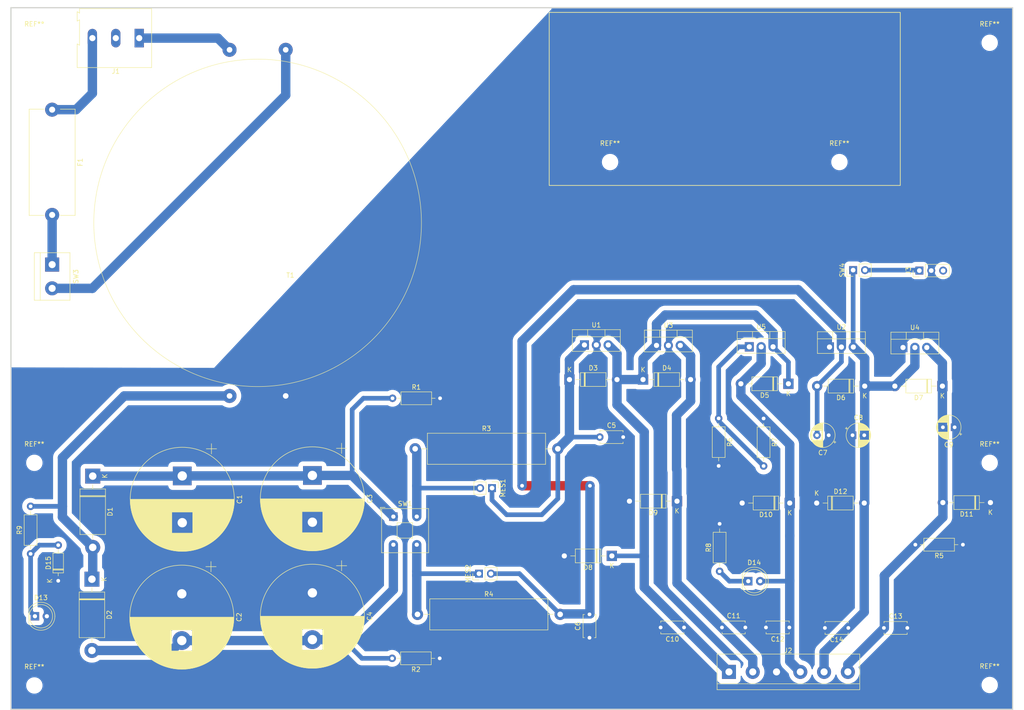
<source format=kicad_pcb>
(kicad_pcb (version 20221018) (generator pcbnew)
  (title_block (title "Lab PSU") (date "2024-03-18") (rev "2") (comment 1 "+12V / +5V / +3.3V / -5V / -12V"))
  (layers (0 "F.Cu" signal) (31 "B.Cu" signal) (34 "B.Paste" user) (35 "F.Paste" user) (36 "B.SilkS" user "B.Silkscreen") (37 "F.SilkS" user "F.Silkscreen") (38 "B.Mask" user) (39 "F.Mask" user) (44 "Edge.Cuts" user))
  (net 0 "")
  (net 1 "Net-(D1-K)")
  (net 2 "Net-(D1-A)")
  (net 3 "Net-(D2-A)")
  (net 4 "GND")
  (net 5 "Net-(D14-K)")
  (net 6 "Net-(U5-ADJ)")
  (net 7 "Net-(J1-Pin_3)")
  (net 8 "Net-(J1-Pin_1)")
  (net 10 "Net-(SW3-B)")
  (net 11 "-12V")
  (net 12 "-5V")
  (net 13 "+12V")
  (net 14 "+5V")
  (net 15 "+3.3V")
  (net 17 "Net-(SW3-A)")
  (net 18 "Net-(D3-K)")
  (net 19 "Net-(J3-Pin_1)")
  (net 20 "Net-(D6-A)")
  (net 21 "Net-(D13-K)")
  (net 22 "Net-(MES1-+)")
  (net 23 "Net-(MES2--)")
  (footprint "Connector_PinHeader_2.54mm:PinHeader_1x02_P2.54mm_Vertical" (layer "F.Cu") (at 136 134.9 90)
    (fp_text reference "MES2" (at 0 -2.33 90) (layer "F.SilkS"))
    (fp_text value "91c16")
    (pad "1" thru_hole rect (at 0 0 90) (size 1.7 1.7) (drill 1) (layers "*.Cu" "*.Mask") (net 23 "Net-(MES2--)"))
    (pad "2" thru_hole oval (at 0 2.54 90) (size 1.7 1.7) (drill 1) (layers "*.Cu" "*.Mask") (net 20 "Net-(D6-A)"))
  )
  (footprint "Resistor_THT:R_Axial_DIN0207_L6.3mm_D2.5mm_P10.16mm_Horizontal" (layer "F.Cu") (at 196.8 101.72 -90)
    (fp_text reference "R7" (at 5.08 -2.37 90) (layer "F.SilkS"))
    (fp_text value "240")
    (pad "1" thru_hole circle (at 0 0 270) (size 1.6 1.6) (drill 0.8) (layers "*.Cu" "*.Mask") (net 15 "+3.3V"))
    (pad "2" thru_hole oval (at 10.16 0 270) (size 1.6 1.6) (drill 0.8) (layers "*.Cu" "*.Mask") (net 6 "Net-(U5-ADJ)"))
  )
  (footprint "Capacitor_THT:CP_Radial_D5.0mm_P2.50mm" (layer "F.Cu") (at 237.605113 103.6 180)
    (fp_text reference "C9" (at 1.25 -3.75) (layer "F.SilkS"))
    (fp_text value "22u")
    (pad "1" thru_hole rect (at 0 0 180) (size 1.6 1.6) (drill 0.8) (layers "*.Cu" "*.Mask") (net 4 "GND"))
    (pad "2" thru_hole circle (at 2.5 0 180) (size 1.6 1.6) (drill 0.8) (layers "*.Cu" "*.Mask") (net 12 "-5V"))
  )
  (footprint "Package_TO_SOT_THT:TO-220-3_Vertical" (layer "F.Cu") (at 158.52 86)
    (fp_text reference "U1" (at 2.54 -4.27) (layer "F.SilkS"))
    (fp_text value "L7812")
    (pad "1" thru_hole rect (at 0 0) (size 1.905 2) (drill 1.1) (layers "*.Cu" "*.Mask") (net 18 "Net-(D3-K)"))
    (pad "2" thru_hole oval (at 2.54 0) (size 1.905 2) (drill 1.1) (layers "*.Cu" "*.Mask") (net 4 "GND"))
    (pad "3" thru_hole oval (at 5.08 0) (size 1.905 2) (drill 1.1) (layers "*.Cu" "*.Mask") (net 13 "+12V"))
  )
  (footprint "Capacitor_THT:CP_Radial_D5.0mm_P2.50mm" (layer "F.Cu") (at 215.8 105.3)
    (fp_text reference "C8" (at 1.25 -3.75) (layer "F.SilkS"))
    (fp_text value "22u")
    (pad "1" thru_hole rect (at 0 0) (size 1.6 1.6) (drill 0.8) (layers "*.Cu" "*.Mask") (net 4 "GND"))
    (pad "2" thru_hole circle (at 2.5 0) (size 1.6 1.6) (drill 0.8) (layers "*.Cu" "*.Mask") (net 11 "-12V"))
  )
  (footprint "Capacitor_THT:CP_Radial_D22.0mm_P10.00mm_SnapIn" (layer "F.Cu") (at 100.4 139 -90)
    (fp_text reference "C4" (at 5 -12.25 90) (layer "F.SilkS"))
    (fp_text value "4700u")
    (pad "1" thru_hole rect (at 0 0 270) (size 4 4) (drill 2) (layers "*.Cu" "*.Mask") (net 4 "GND"))
    (pad "2" thru_hole circle (at 10 0 270) (size 4 4) (drill 2) (layers "*.Cu" "*.Mask") (net 3 "Net-(D2-A)"))
  )
  (footprint "Package_TO_SOT_THT:TO-220-3_Vertical" (layer "F.Cu") (at 193.74 86.4)
    (fp_text reference "U5" (at 2.54 -4.27) (layer "F.SilkS"))
    (fp_text value "LM317")
    (pad "1" thru_hole rect (at 0 0) (size 1.905 2) (drill 1.1) (layers "*.Cu" "*.Mask") (net 6 "Net-(U5-ADJ)"))
    (pad "2" thru_hole oval (at 2.54 0) (size 1.905 2) (drill 1.1) (layers "*.Cu" "*.Mask") (net 15 "+3.3V"))
    (pad "3" thru_hole oval (at 5.08 0) (size 1.905 2) (drill 1.1) (layers "*.Cu" "*.Mask") (net 13 "+12V"))
  )
  (footprint "Capacitor_THT:CP_Radial_D22.0mm_P10.00mm_SnapIn" (layer "F.Cu") (at 72.6 114 -90)
    (fp_text reference "C1" (at 5 -12.25 90) (layer "F.SilkS"))
    (fp_text value "4700u")
    (pad "1" thru_hole rect (at 0 0 270) (size 4 4) (drill 2) (layers "*.Cu" "*.Mask") (net 1 "Net-(D1-K)"))
    (pad "2" thru_hole circle (at 10 0 270) (size 4 4) (drill 2) (layers "*.Cu" "*.Mask") (net 4 "GND"))
  )
  (footprint "Capacitor_THT:C_Disc_D4.7mm_W2.5mm_P5.00mm" (layer "F.Cu") (at 187.9 146.4)
    (fp_text reference "C11" (at 2.5 -2.5) (layer "F.SilkS"))
    (fp_text value "0.1u")
    (pad "1" thru_hole circle (at 0 0) (size 1.6 1.6) (drill 0.8) (layers "*.Cu" "*.Mask") (net 14 "+5V"))
    (pad "2" thru_hole circle (at 5 0) (size 1.6 1.6) (drill 0.8) (layers "*.Cu" "*.Mask") (net 4 "GND"))
  )
  (footprint "Capacitor_THT:C_Disc_D4.7mm_W2.5mm_P5.00mm" (layer "F.Cu") (at 202.3 146.4 180)
    (fp_text reference "C12" (at 2.5 -2.5) (layer "F.SilkS"))
    (fp_text value "0.1u")
    (pad "1" thru_hole circle (at 0 0 180) (size 1.6 1.6) (drill 0.8) (layers "*.Cu" "*.Mask") (net 15 "+3.3V"))
    (pad "2" thru_hole circle (at 5 0 180) (size 1.6 1.6) (drill 0.8) (layers "*.Cu" "*.Mask") (net 4 "GND"))
  )
  (footprint "TerminalBlock:TerminalBlock_bornier-2_P5.08mm" (layer "F.Cu") (at 44.8 68.82 -90)
    (fp_text reference "SW3" (at 2.54 -5.08 90) (layer "F.SilkS"))
    (fp_text value "POWER")
    (pad "1" thru_hole rect (at 0 0 270) (size 3 3) (drill 1.52) (layers "*.Cu" "*.Mask") (net 17 "Net-(SW3-A)"))
    (pad "2" thru_hole circle (at 5.08 0 270) (size 3 3) (drill 1.52) (layers "*.Cu" "*.Mask") (net 10 "Net-(SW3-B)"))
  )
  (footprint "Diode_THT:D_DO-41_SOD81_P10.16mm_Horizontal" (layer "F.Cu") (at 164.38 131.1 180)
    (fp_text reference "D8" (at 5.08 -2.47) (layer "F.SilkS"))
    (fp_text value "1N4007")
    (fp_text user "K" (at 0 -2.1) (layer "F.SilkS"))
    (pad "1" thru_hole rect (at 0 0 180) (size 2.2 2.2) (drill 1.1) (layers "*.Cu" "*.Mask") (net 13 "+12V"))
    (pad "2" thru_hole oval (at 10.16 0 180) (size 2.2 2.2) (drill 1.1) (layers "*.Cu" "*.Mask") (net 4 "GND"))
  )
  (footprint "MountingHole:MountingHole_3mm" (layer "F.Cu") (at 213 46.9)
    (fp_text reference "REF**" (at 0 -4) (layer "F.SilkS"))
    (fp_text value "MountingHole_3mm")
    (pad "" np_thru_hole circle (at 0 0) (size 3 3) (drill 3) (layers "*.Cu" "*.Mask"))
  )
  (footprint "Diode_THT:D_DO-41_SOD81_P10.16mm_Horizontal" (layer "F.Cu") (at 208.14 119.8)
    (fp_text reference "D12" (at 5.08 -2.47) (layer "F.SilkS"))
    (fp_text value "1N4007")
    (fp_text user "K" (at 0 -2.1) (layer "F.SilkS"))
    (pad "1" thru_hole rect (at 0 0) (size 2.2 2.2) (drill 1.1) (layers "*.Cu" "*.Mask") (net 4 "GND"))
    (pad "2" thru_hole oval (at 10.16 0) (size 2.2 2.2) (drill 1.1) (layers "*.Cu" "*.Mask") (net 11 "-12V"))
  )
  (footprint "Capacitor_THT:C_Disc_D4.7mm_W2.5mm_P5.00mm" (layer "F.Cu") (at 161.8 105.7)
    (fp_text reference "C5" (at 2.5 -2.5) (layer "F.SilkS"))
    (fp_text value "0.33u")
    (pad "1" thru_hole circle (at 0 0) (size 1.6 1.6) (drill 0.8) (layers "*.Cu" "*.Mask") (net 18 "Net-(D3-K)"))
    (pad "2" thru_hole circle (at 5 0) (size 1.6 1.6) (drill 0.8) (layers "*.Cu" "*.Mask") (net 4 "GND"))
  )
  (footprint "Resistor_THT:R_Axial_DIN0207_L6.3mm_D2.5mm_P10.16mm_Horizontal" (layer "F.Cu") (at 40.2 130.66 90)
    (fp_text reference "R9" (at 5.08 -2.37 90) (layer "F.SilkS"))
    (fp_text value "20k")
    (pad "1" thru_hole circle (at 0 0 90) (size 1.6 1.6) (drill 0.8) (layers "*.Cu" "*.Mask") (net 21 "Net-(D13-K)"))
    (pad "2" thru_hole oval (at 10.16 0 90) (size 1.6 1.6) (drill 0.8) (layers "*.Cu" "*.Mask") (net 2 "Net-(D1-A)"))
  )
  (footprint "Capacitor_THT:CP_Radial_D22.0mm_P10.00mm_SnapIn" (layer "F.Cu") (at 72.5 139.2 -90)
    (fp_text reference "C2" (at 5 -12.25 90) (layer "F.SilkS"))
    (fp_text value "4700u")
    (pad "1" thru_hole rect (at 0 0 270) (size 4 4) (drill 2) (layers "*.Cu" "*.Mask") (net 4 "GND"))
    (pad "2" thru_hole circle (at 10 0 270) (size 4 4) (drill 2) (layers "*.Cu" "*.Mask") (net 3 "Net-(D2-A)"))
  )
  (footprint "Capacitor_THT:C_Disc_D4.7mm_W2.5mm_P5.00mm" (layer "F.Cu") (at 222.5 146.5)
    (fp_text reference "C13" (at 2.5 -2.5) (layer "F.SilkS"))
    (fp_text value "0.1u")
    (pad "1" thru_hole circle (at 0 0) (size 1.6 1.6) (drill 0.8) (layers "*.Cu" "*.Mask") (net 12 "-5V"))
    (pad "2" thru_hole circle (at 5 0) (size 1.6 1.6) (drill 0.8) (layers "*.Cu" "*.Mask") (net 4 "GND"))
  )
  (footprint "TerminalBlock:TerminalBlock_Altech_AK300-3_P5.00mm" (layer "F.Cu") (at 63.4 20.4 180)
    (fp_text reference "J1" (at 5 -7.1) (layer "F.SilkS"))
    (fp_text value "AC")
    (pad "1" thru_hole rect (at 0 0 180) (size 1.98 3.96) (drill 1.32) (layers "*.Cu" "*.Mask") (net 8 "Net-(J1-Pin_1)"))
    (pad "2" thru_hole oval (at 5 0 180) (size 1.98 3.96) (drill 1.32) (layers "*.Cu" "*.Mask"))
    (pad "3" thru_hole oval (at 10 0 180) (size 1.98 3.96) (drill 1.32) (layers "*.Cu" "*.Mask") (net 7 "Net-(J1-Pin_3)"))
  )
  (footprint "Connector_PinHeader_2.54mm:PinHeader_1x03_P2.54mm_Vertical" (layer "F.Cu") (at 230.075 70.1 90)
    (fp_text reference "J3" (at 0 -2.33 90) (layer "F.SilkS"))
    (fp_text value "FAN")
    (pad "1" thru_hole rect (at 0 0 90) (size 1.7 1.7) (drill 1) (layers "*.Cu" "*.Mask") (net 19 "Net-(J3-Pin_1)"))
    (pad "2" thru_hole oval (at 0 2.54 90) (size 1.7 1.7) (drill 1) (layers "*.Cu" "*.Mask") (net 4 "GND"))
    (pad "3" thru_hole oval (at 0 5.08 90) (size 1.7 1.7) (drill 1) (layers "*.Cu" "*.Mask"))
  )
  (footprint "Resistor_THT:R_Axial_Power_L25.0mm_W6.4mm_P30.48mm" (layer "F.Cu") (at 122.355 108.2)
    (fp_text reference "R3" (at 15.24 -4.32) (layer "F.SilkS"))
    (fp_text value "0.1")
    (pad "1" thru_hole circle (at 0 0) (size 2.4 2.4) (drill 1.2) (layers "*.Cu" "*.Mask") (net 22 "Net-(MES1-+)"))
    (pad "2" thru_hole oval (at 30.48 0) (size 2.4 2.4) (drill 1.2) (layers "*.Cu" "*.Mask") (net 18 "Net-(D3-K)"))
  )
  (footprint "Button_Switch_THT:SW_Push_2P1T_Toggle_CK_PVA1xxH4xxxxxxV2" (layer "F.Cu") (at 117.7 122.7)
    (fp_text reference "SW1" (at 2.5 -2.75) (layer "F.SilkS"))
    (fp_text value "OUTPUT")
    (pad "1" thru_hole rect (at 0 0) (size 1.8 1.8) (drill 0.9) (layers "*.Cu" "*.Mask") (net 1 "Net-(D1-K)"))
    (pad "2" thru_hole circle (at 5 0) (size 1.8 1.8) (drill 0.9) (layers "*.Cu" "*.Mask") (net 22 "Net-(MES1-+)"))
    (pad "3" thru_hole circle (at 0 6) (size 1.8 1.8) (drill 0.9) (layers "*.Cu" "*.Mask") (net 3 "Net-(D2-A)"))
    (pad "4" thru_hole circle (at 5 6) (size 1.8 1.8) (drill 0.9) (layers "*.Cu" "*.Mask") (net 23 "Net-(MES2--)"))
  )
  (footprint "Package_TO_SOT_THT:TO-220-3_Vertical" (layer "F.Cu") (at 226.58 86.545)
    (fp_text reference "U4" (at 2.54 -4.27) (layer "F.SilkS"))
    (fp_text value "L7905")
    (pad "1" thru_hole rect (at 0 0) (size 1.905 2) (drill 1.1) (layers "*.Cu" "*.Mask") (net 4 "GND"))
    (pad "2" thru_hole oval (at 2.54 0) (size 1.905 2) (drill 1.1) (layers "*.Cu" "*.Mask") (net 11 "-12V"))
    (pad "3" thru_hole oval (at 5.08 0) (size 1.905 2) (drill 1.1) (layers "*.Cu" "*.Mask") (net 12 "-5V"))
  )
  (footprint "Resistor_THT:R_Axial_DIN0207_L6.3mm_D2.5mm_P10.16mm_Horizontal" (layer "F.Cu") (at 187.4 134.4 90)
    (fp_text reference "R8" (at 5.08 -2.37 90) (layer "F.SilkS"))
    (fp_text value "1.3k")
    (pad "1" thru_hole circle (at 0 0 90) (size 1.6 1.6) (drill 0.8) (layers "*.Cu" "*.Mask") (net 5 "Net-(D14-K)"))
    (pad "2" thru_hole oval (at 10.16 0 90) (size 1.6 1.6) (drill 0.8) (layers "*.Cu" "*.Mask") (net 4 "GND"))
  )
  (footprint "Resistor_THT:R_Axial_DIN0207_L6.3mm_D2.5mm_P10.16mm_Horizontal" (layer "F.Cu") (at 117.52 97.4)
    (fp_text reference "R1" (at 5.08 -2.37) (layer "F.SilkS"))
    (fp_text value "10k")
    (pad "1" thru_hole circle (at 0 0) (size 1.6 1.6) (drill 0.8) (layers "*.Cu" "*.Mask") (net 1 "Net-(D1-K)"))
    (pad "2" thru_hole oval (at 10.16 0) (size 1.6 1.6) (drill 0.8) (layers "*.Cu" "*.Mask") (net 4 "GND"))
  )
  (footprint "LED_THT:LED_D5.0mm" (layer "F.Cu") (at 193.525 136.5)
    (fp_text reference "D14" (at 1.27 -3.96) (layer "F.SilkS"))
    (fp_text value "OUTPUT")
    (pad "1" thru_hole rect (at 0 0) (size 1.8 1.8) (drill 0.9) (layers "*.Cu" "*.Mask") (net 5 "Net-(D14-K)"))
    (pad "2" thru_hole circle (at 2.54 0) (size 1.8 1.8) (drill 0.9) (layers "*.Cu" "*.Mask") (net 15 "+3.3V"))
  )
  (footprint "Diode_THT:D_DO-41_SOD81_P10.16mm_Horizontal" (layer "F.Cu") (at 171.04 93.4)
    (fp_text reference "D4" (at 5.08 -2.47) (layer "F.SilkS"))
    (fp_text value "1N4007")
    (fp_text user "K" (at 0 -2.1) (layer "F.SilkS"))
    (pad "1" thru_hole rect (at 0 0) (size 2.2 2.2) (drill 1.1) (layers "*.Cu" "*.Mask") (net 13 "+12V"))
    (pad "2" thru_hole oval (at 10.16 0) (size 2.2 2.2) (drill 1.1) (layers "*.Cu" "*.Mask") (net 14 "+5V"))
  )
  (footprint "Package_TO_SOT_THT:TO-220-3_Vertical" (layer "F.Cu") (at 210.88 86.445)
    (fp_text reference "U2" (at 2.54 -4.27) (layer "F.SilkS"))
    (fp_text value "L7912")
    (pad "1" thru_hole rect (at 0 0) (size 1.905 2) (drill 1.1) (layers "*.Cu" "*.Mask") (net 4 "GND"))
    (pad "2" thru_hole oval (at 2.54 0) (size 1.905 2) (drill 1.1) (layers "*.Cu" "*.Mask") (net 20 "Net-(D6-A)"))
    (pad "3" thru_hole oval (at 5.08 0) (size 1.905 2) (drill 1.1) (layers "*.Cu" "*.Mask") (net 11 "-12V"))
  )
  (footprint "MountingHole:MountingHole_3mm" (layer "F.Cu") (at 245.1 111.2)
    (fp_text reference "REF**" (at 0 -4) (layer "F.SilkS"))
    (fp_text value "MountingHole_3mm")
    (pad "" np_thru_hole circle (at 0 0) (size 3 3) (drill 3) (layers "*.Cu" "*.Mask"))
  )
  (footprint "Diode_THT:D_DO-41_SOD81_P10.16mm_Horizontal" (layer "F.Cu") (at 202.1 94.3 180)
    (fp_text reference "D5" (at 5.08 -2.47) (layer "F.SilkS"))
    (fp_text value "1N4007")
    (fp_text user "K" (at 0 -2.1) (layer "F.SilkS"))
    (pad "1" thru_hole rect (at 0 0 180) (size 2.2 2.2) (drill 1.1) (layers "*.Cu" "*.Mask") (net 13 "+12V"))
    (pad "2" thru_hole oval (at 10.16 0 180) (size 2.2 2.2) (drill 1.1) (layers "*.Cu" "*.Mask") (net 15 "+3.3V"))
  )
  (footprint "Package_TO_SOT_THT:TO-220-3_Vertical" (layer "F.Cu") (at 173.92 86.1)
    (fp_text reference "U3" (at 2.54 -4.27) (layer "F.SilkS"))
    (fp_text value "L7805")
    (pad "1" thru_hole rect (at 0 0) (size 1.905 2) (drill 1.1) (layers "*.Cu" "*.Mask") (net 13 "+12V"))
    (pad "2" thru_hole oval (at 2.54 0) (size 1.905 2) (drill 1.1) (layers "*.Cu" "*.Mask") (net 4 "GND"))
    (pad "3" thru_hole oval (at 5.08 0) (size 1.905 2) (drill 1.1) (layers "*.Cu" "*.Mask") (net 14 "+5V"))
  )
  (footprint "Diode_THT:D_DO-41_SOD81_P10.16mm_Horizontal" (layer "F.Cu") (at 202.38 119.8 180)
    (fp_text reference "D10" (at 5.08 -2.47) (layer "F.SilkS"))
    (fp_text value "1N4007")
    (fp_text user "K" (at 0 -2.1) (layer "F.SilkS"))
    (pad "1" thru_hole rect (at 0 0 180) (size 2.2 2.2) (drill 1.1) (layers "*.Cu" "*.Mask") (net 15 "+3.3V"))
    (pad "2" thru_hole oval (at 10.16 0 180) (size 2.2 2.2) (drill 1.1) (layers "*.Cu" "*.Mask") (net 4 "GND"))
  )
  (footprint "Diode_THT:D_DO-201AD_P15.24mm_Horizontal" (layer "F.Cu") (at 53.471084 114.037831 -90)
    (fp_text reference "D1" (at 7.62 -3.72 90) (layer "F.SilkS"))
    (fp_text value "1N5408")
    (fp_text user "K" (at 0 -2.6 90) (layer "F.SilkS"))
    (pad "1" thru_hole rect (at 0 0 270) (size 3.2 3.2) (drill 1.6) (layers "*.Cu" "*.Mask") (net 1 "Net-(D1-K)"))
    (pad "2" thru_hole oval (at 15.24 0 270) (size 3.2 3.2) (drill 1.6) (layers "*.Cu" "*.Mask") (net 2 "Net-(D1-A)"))
  )
  (footprint "Diode_THT:D_DO-41_SOD81_P10.16mm_Horizontal" (layer "F.Cu") (at 218.4 94.8 180)
    (fp_text reference "D6" (at 5.08 -2.47) (layer "F.SilkS"))
    (fp_text value "1N4007")
    (fp_text user "K" (at 0 -2.1) (layer "F.SilkS"))
    (pad "1" thru_hole rect (at 0 0 180) (size 2.2 2.2) (drill 1.1) (layers "*.Cu" "*.Mask") (net 11 "-12V"))
    (pad "2" thru_hole oval (at 10.16 0 180) (size 2.2 2.2) (drill 1.1) (layers "*.Cu" "*.Mask") (net 20 "Net-(D6-A)"))
  )
  (footprint "Capacitor_THT:CP_Radial_D22.0mm_P10.00mm_SnapIn" (layer "F.Cu") (at 100.4 113.9 -90)
    (fp_text reference "C3" (at 5 -12.25 90) (layer "F.SilkS"))
    (fp_text value "4700u")
    (pad "1" thru_hole rect (at 0 0 270) (size 4 4) (drill 2) (layers "*.Cu" "*.Mask") (net 1 "Net-(D1-K)"))
    (pad "2" thru_hole circle (at 10 0 270) (size 4 4) (drill 2) (layers "*.Cu" "*.Mask") (net 4 "GND"))
  )
  (footprint "Capacitor_THT:C_Disc_D4.7mm_W2.5mm_P5.00mm" (layer "F.Cu") (at 159.6 148.6 90)
    (fp_text reference "C6" (at 2.5 -2.5 90) (layer "F.SilkS"))
    (fp_text value "0.33u")
    (pad "1" thru_hole circle (at 0 0 90) (size 1.6 1.6) (drill 0.8) (layers "*.Cu" "*.Mask") (net 4 "GND"))
    (pad "2" thru_hole circle (at 5 0 90) (size 1.6 1.6) (drill 0.8) (layers "*.Cu" "*.Mask") (net 20 "Net-(D6-A)"))
  )
  (footprint "lab-psu:Transformer_Toroid_Tapped_Horizontal_D70.0mm" (layer "F.Cu") (at 88.7 59.9 180)
    (fp_text reference "T1" (at -7 -11.2) (layer "F.SilkS"))
    (fp_text value "Transformer_1P_1S")
    (pad "" np_thru_hole circle (at 0 0 180) (size 4.3 4.3) (drill 4.3) (layers "F&B.Cu" "*.Mask"))
    (pad "1" thru_hole circle (at -6 37 180) (size 3 3) (drill 1.2) (layers "*.Cu" "*.Mask") (net 10 "Net-(SW3-B)"))
    (pad "2" thru_hole circle (at 6 37 180) (size 3 3) (drill 1.2) (layers "*.Cu" "*.Mask") (net 8 "Net-(J1-Pin_1)"))
    (pad "3" thru_hole circle (at -6 -37 180) (size 3 3) (drill 1.2) (layers "*.Cu" "*.Mask") (net 4 "GND"))
    (pad "4" thru_hole circle (at 6 -37 180) (size 3 3) (drill 1.2) (layers "*.Cu" "*.Mask") (net 2 "Net-(D1-A)"))
  )
  (footprint "Connector_PinHeader_2.54mm:PinHeader_1x02_P2.54mm_Vertical" (layer "F.Cu") (at 138.775 116.6 -90)
    (fp_text reference "MES1" (at 0 -2.33 90) (layer "F.SilkS"))
    (fp_text value "91c16")
    (pad "1" thru_hole rect (at 0 0 270) (size 1.7 1.7) (drill 1) (layers "*.Cu" "*.Mask") (net 18 "Net-(D3-K)"))
    (pad "2" thru_hole oval (at 0 2.54 270) (size 1.7 1.7) (drill 1) (layers "*.Cu" "*.Mask") (net 22 "Net-(MES1-+)"))
  )
  (footprint "TerminalBlock:TerminalBlock_bornier-6_P5.08mm" (layer "F.Cu") (at 189.4 155.9)
    (fp_text reference "J2" (at 12.65 -4.55) (layer "F.SilkS"))
    (fp_text value "OUTPUT")
    (pad "1" thru_hole rect (at 0 0) (size 3 3) (drill 1.52) (layers "*.Cu" "*.Mask") (net 13 "+12V"))
    (pad "2" thru_hole circle (at 5.08 0) (size 3 3) (drill 1.52) (layers "*.Cu" "*.Mask") (net 14 "+5V"))
    (pad "3" thru_hole circle (at 10.16 0) (size 3 3) (drill 1.52) (layers "*.Cu" "*.Mask") (net 4 "GND"))
    (pad "4" thru_hole circle (at 15.24 0) (size 3 3) (drill 1.52) (layers "*.Cu" "*.Mask") (net 15 "+3.3V"))
    (pad "5" thru_hole circle (at 20.32 0) (size 3 3) (drill 1.52) (layers "*.Cu" "*.Mask") (net 11 "-12V"))
    (pad "6" thru_hole circle (at 25.4 0) (size 3 3) (drill 1.52) (layers "*.Cu" "*.Mask") (net 12 "-5V"))
  )
  (footprint "Capacitor_THT:CP_Radial_D5.0mm_P2.50mm" (layer "F.Cu") (at 210.705113 105.3 180)
    (fp_text reference "C7" (at 1.25 -3.75) (layer "F.SilkS"))
    (fp_text value "22u")
    (pad "1" thru_hole rect (at 0 0 180) (size 1.6 1.6) (drill 0.8) (layers "*.Cu" "*.Mask") (net 4 "GND"))
    (pad "2" thru_hole circle (at 2.5 0 180) (size 1.6 1.6) (drill 0.8) (layers "*.Cu" "*.Mask") (net 20 "Net-(D6-A)"))
  )
  (footprint "Resistor_THT:R_Axial_DIN0207_L6.3mm_D2.5mm_P10.16mm_Horizontal" (layer "F.Cu") (at 127.6 153 180)
    (fp_text reference "R2" (at 5.08 -2.37) (layer "F.SilkS"))
    (fp_text value "10k")
    (pad "1" thru_hole circle (at 0 0 180) (size 1.6 1.6) (drill 0.8) (layers "*.Cu" "*.Mask") (net 4 "GND"))
    (pad "2" thru_hole oval (at 10.16 0 180) (size 1.6 1.6) (drill 0.8) (layers "*.Cu" "*.Mask") (net 3 "Net-(D2-A)"))
  )
  (footprint "Capacitor_THT:C_Disc_D4.7mm_W2.5mm_P5.00mm" (layer "F.Cu") (at 214.9 146.5 180)
    (fp_text reference "C14" (at 2.5 -2.5) (layer "F.SilkS"))
    (fp_text value "0.1u")
    (pad "1" thru_hole circle (at 0 0 180) (size 1.6 1.6) (drill 0.8) (layers "*.Cu" "*.Mask") (net 11 "-12V"))
    (pad "2" thru_hole circle (at 5 0 180) (size 1.6 1.6) (drill 0.8) (layers "*.Cu" "*.Mask") (net 4 "GND"))
  )
  (footprint "Resistor_THT:R_Axial_DIN0207_L6.3mm_D2.5mm_P10.16mm_Horizontal" (layer "F.Cu") (at 187.2 101.7 -90)
    (fp_text reference "R6" (at 5.08 -2.37 90) (layer "F.SilkS"))
    (fp_text value "390")
    (pad "1" thru_hole circle (at 0 0 270) (size 1.6 1.6) (drill 0.8) (layers "*.Cu" "*.Mask") (net 6 "Net-(U5-ADJ)"))
    (pad "2" thru_hole oval (at 10.16 0 270) (size 1.6 1.6) (drill 0.8) (layers "*.Cu" "*.Mask") (net 4 "GND"))
  )
  (footprint "Diode_THT:D_DO-41_SOD81_P10.16mm_Horizontal" (layer "F.Cu") (at 178.3 119.4 180)
    (fp_text reference "D9" (at 5.08 -2.47) (layer "F.SilkS"))
    (fp_text value "1N4007")
    (fp_text user "K" (at 0 -2.1) (layer "F.SilkS"))
    (pad "1" thru_hole rect (at 0 0 180) (size 2.2 2.2) (drill 1.1) (layers "*.Cu" "*.Mask") (net 14 "+5V"))
    (pad "2" thru_hole oval (at 10.16 0 180) (size 2.2 2.2) (drill 1.1) (layers "*.Cu" "*.Mask") (net 4 "GND"))
  )
  (footprint "Connector_PinHeader_2.54mm:PinHeader_1x02_P2.54mm_Vertical" (layer "F.Cu") (at 215.925 70 90)
    (fp_text reference "SW4" (at 0 -2.33 90) (layer "F.SilkS"))
    (fp_text value "50C")
    (pad "1" thru_hole rect (at 0 0 90) (size 1.7 1.7) (drill 1) (layers "*.Cu" "*.Mask") (net 11 "-12V"))
    (pad "2" thru_hole oval (at 0 2.54 90) (size 1.7 1.7) (drill 1) (layers "*.Cu" "*.Mask") (net 19 "Net-(J3-Pin_1)"))
  )
  (footprint "Diode_THT:D_DO-41_SOD81_P10.16mm_Horizontal" (layer "F.Cu") (at 245.26 119.7 180)
    (fp_text reference "D11" (at 5.08 -2.47) (layer "F.SilkS"))
    (fp_text value "1N4007")
    (fp_text user "K" (at 0 -2.1) (layer "F.SilkS"))
    (pad "1" thru_hole rect (at 0 0 180) (size 2.2 2.2) (drill 1.1) (layers "*.Cu" "*.Mask") (net 4 "GND"))
    (pad "2" thru_hole oval (at 10.16 0 180) (size 2.2 2.2) (drill 1.1) (layers "*.Cu" "*.Mask") (net 12 "-5V"))
  )
  (footprint "MountingHole:MountingHole_3mm" (layer "F.Cu") (at 245.1 21.4)
    (fp_text reference "REF**" (at 0 -4) (layer "F.SilkS"))
    (fp_text value "MountingHole_3mm")
    (pad "" np_thru_hole circle (at 0 0) (size 3 3) (drill 3) (layers "*.Cu" "*.Mask"))
  )
  (footprint "Fuse:Fuseholder_Cylinder-5x20mm_Schurter_0031_8201_Horizontal_Open" (layer "F.Cu") (at 44.8 35.7 -90)
    (fp_text reference "F1" (at 11.25 -6 90) (layer "F.SilkS"))
    (fp_text value "Fuse")
    (pad "" np_thru_hole circle (at 11.25 0 270) (size 2.7 2.7) (drill 2.7) (layers "*.Cu" "*.Mask"))
    (pad "1" thru_hole circle (at 0 0 270) (size 3 3) (drill 1.3) (layers "*.Cu" "*.Mask") (net 7 "Net-(J1-Pin_3)"))
    (pad "2" thru_hole circle (at 22.5 0 270) (size 3 3) (drill 1.3) (layers "*.Cu" "*.Mask") (net 17 "Net-(SW3-A)"))
  )
  (footprint "MountingHole:MountingHole_3mm" (layer "F.Cu") (at 41 21.4)
    (fp_text reference "REF**" (at 0 -4) (layer "F.SilkS"))
    (fp_text value "MountingHole_3mm")
    (pad "" np_thru_hole circle (at 0 0) (size 3 3) (drill 3) (layers "*.Cu" "*.Mask"))
  )
  (footprint "Diode_THT:D_DO-41_SOD81_P10.16mm_Horizontal" (layer "F.Cu") (at 235 94.8 180)
    (fp_text reference "D7" (at 5.08 -2.47) (layer "F.SilkS"))
    (fp_text value "1N4007")
    (fp_text user "K" (at 0 -2.1) (layer "F.SilkS"))
    (pad "1" thru_hole rect (at 0 0 180) (size 2.2 2.2) (drill 1.1) (layers "*.Cu" "*.Mask") (net 12 "-5V"))
    (pad "2" thru_hole oval (at 10.16 0 180) (size 2.2 2.2) (drill 1.1) (layers "*.Cu" "*.Mask") (net 11 "-12V"))
  )
  (footprint "Resistor_THT:R_Axial_DIN0207_L6.3mm_D2.5mm_P10.16mm_Horizontal" (layer "F.Cu") (at 239.38 128.7 180)
    (fp_text reference "R5" (at 5.08 -2.37) (layer "F.SilkS"))
    (fp_text value "470")
    (pad "1" thru_hole circle (at 0 0 180) (size 1.6 1.6) (drill 0.8) (layers "*.Cu" "*.Mask") (net 4 "GND"))
    (pad "2" thru_hole oval (at 10.16 0 180) (size 1.6 1.6) (drill 0.8) (layers "*.Cu" "*.Mask") (net 12 "-5V"))
  )
  (footprint "Diode_THT:D_DO-35_SOD27_P7.62mm_Horizontal" (layer "F.Cu") (at 46.1 136.42 90)
    (fp_text reference "D15" (at 3.81 -2.12 90) (layer "F.SilkS"))
    (fp_text value "1N4148")
    (fp_text user "K" (at 0 -1.8 90) (layer "F.SilkS"))
    (pad "1" thru_hole rect (at 0 0 90) (size 1.6 1.6) (drill 0.8) (layers "*.Cu" "*.Mask") (net 4 "GND"))
    (pad "2" thru_hole oval (at 7.62 0 90) (size 1.6 1.6) (drill 0.8) (layers "*.Cu" "*.Mask") (net 21 "Net-(D13-K)"))
  )
  (footprint "Resistor_THT:R_Axial_Power_L25.0mm_W6.4mm_P30.48mm" (layer "F.Cu") (at 122.855 143.6)
    (fp_text reference "R4" (at 15.24 -4.32) (layer "F.SilkS"))
    (fp_text value "0.1")
    (pad "1" thru_hole circle (at 0 0) (size 2.4 2.4) (drill 1.2) (layers "*.Cu" "*.Mask") (net 23 "Net-(MES2--)"))
    (pad "2" thru_hole oval (at 30.48 0) (size 2.4 2.4) (drill 1.2) (layers "*.Cu" "*.Mask") (net 20 "Net-(D6-A)"))
  )
  (footprint "LED_THT:LED_D5.0mm" (layer "F.Cu") (at 41.125 144)
    (fp_text reference "D13" (at 1.27 -3.96) (layer "F.SilkS"))
    (fp_text value "POWER")
    (pad "1" thru_hole rect (at 0 0) (size 1.8 1.8) (drill 0.9) (layers "*.Cu" "*.Mask") (net 21 "Net-(D13-K)"))
    (pad "2" thru_hole circle (at 2.54 0) (size 1.8 1.8) (drill 0.9) (layers "*.Cu" "*.Mask") (net 4 "GND"))
  )
  (footprint "MountingHole:MountingHole_3mm" (layer "F.Cu") (at 164 46.9)
    (fp_text reference "REF**" (at 0 -4) (layer "F.SilkS"))
    (fp_text value "MountingHole_3mm")
    (pad "" np_thru_hole circle (at 0 0) (size 3 3) (drill 3) (layers "*.Cu" "*.Mask"))
  )
  (footprint "MountingHole:MountingHole_3mm" (layer "F.Cu") (at 41 111.2)
    (fp_text reference "REF**" (at 0 -4) (layer "F.SilkS"))
    (fp_text value "MountingHole_3mm")
    (pad "" np_thru_hole circle (at 0 0) (size 3 3) (drill 3) (layers "*.Cu" "*.Mask"))
  )
  (footprint "MountingHole:MountingHole_3mm" (layer "F.Cu") (at 245.1 158.7)
    (fp_text reference "REF**" (at 0 -4) (layer "F.SilkS"))
    (fp_text value "MountingHole_3mm")
    (pad "" np_thru_hole circle (at 0 0) (size 3 3) (drill 3) (layers "*.Cu" "*.Mask"))
  )
  (footprint "Diode_THT:D_DO-41_SOD81_P10.16mm_Horizontal" (layer "F.Cu") (at 155.32 93.4)
    (fp_text reference "D3" (at 5.08 -2.47) (layer "F.SilkS"))
    (fp_text value "1N4007")
    (fp_text user "K" (at 0 -2.1) (layer "F.SilkS"))
    (pad "1" thru_hole rect (at 0 0) (size 2.2 2.2) (drill 1.1) (layers "*.Cu" "*.Mask") (net 18 "Net-(D3-K)"))
    (pad "2" thru_hole oval (at 10.16 0) (size 2.2 2.2) (drill 1.1) (layers "*.Cu" "*.Mask") (net 13 "+12V"))
  )
  (footprint "Capacitor_THT:C_Disc_D4.7mm_W2.5mm_P5.00mm" (layer "F.Cu") (at 179.8 146.4 180)
    (fp_text reference "C10" (at 2.5 -2.5) (layer "F.SilkS"))
    (fp_text value "0.1u")
    (pad "1" thru_hole circle (at 0 0 180) (size 1.6 1.6) (drill 0.8) (layers "*.Cu" "*.Mask") (net 13 "+12V"))
    (pad "2" thru_hole circle (at 5 0 180) (size 1.6 1.6) (drill 0.8) (layers "*.Cu" "*.Mask") (net 4 "GND"))
  )
  (footprint "Diode_THT:D_DO-201AD_P15.24mm_Horizontal" (layer "F.Cu") (at 53.3 136.08 -90)
    (fp_text reference "D2" (at 7.62 -3.72 90) (layer "F.SilkS"))
    (fp_text value "1N5408")
    (fp_text user "K" (at 0 -2.6 90) (layer "F.SilkS"))
    (pad "1" thru_hole rect (at 0 0 270) (size 3.2 3.2) (drill 1.6) (layers "*.Cu" "*.Mask") (net 2 "Net-(D1-A)"))
    (pad "2" thru_hole oval (at 15.24 0 270) (size 3.2 3.2) (drill 1.6) (layers "*.Cu" "*.Mask") (net 3 "Net-(D2-A)"))
  )
  (footprint "MountingHole:MountingHole_3mm" (layer "F.Cu") (at 41 158.8)
    (fp_text reference "REF**" (at 0 -4) (layer "F.SilkS"))
    (fp_text value "MountingHole_3mm")
    (pad "" np_thru_hole circle (at 0 0) (size 3 3) (drill 3) (layers "*.Cu" "*.Mask"))
  )
  (gr_rect (start 151 14.9) (end 226 51.9) (stroke (width 0.15)) (fill none) (layer "F.SilkS"))
  (gr_line (start 36 13.9) (end 250 13.9) (stroke (width 0.25)) (layer "Edge.Cuts"))
  (gr_line (start 36 163.9) (end 36 13.9) (stroke (width 0.25)) (layer "Edge.Cuts"))
  (gr_line (start 250 13.9) (end 250 163.9) (stroke (width 0.25)) (layer "Edge.Cuts"))
  (gr_line (start 36 163.9) (end 250 163.9) (stroke (width 0.25)) (layer "Edge.Cuts"))
  (segment (start 117.52 97.4) (end 111.3 97.4) (width 1) (layer "B.Cu") (net 1))
  (segment (start 108.9 99.8) (end 108.9 113.9) (width 1) (layer "B.Cu") (net 1))
  (segment (start 111.3 97.4) (end 108.9 99.8) (width 1) (layer "B.Cu") (net 1))
  (segment (start 100.3 114) (end 100.4 113.9) (width 2) (layer "B.Cu") (net 1))
  (segment (start 72.562169 114.037831) (end 72.6 114) (width 2) (layer "B.Cu") (net 1))
  (segment (start 100.4 113.9) (end 108.9 113.9) (width 2) (layer "B.Cu") (net 1))
  (segment (start 72.6 114) (end 100.3 114) (width 2) (layer "B.Cu") (net 1))
  (segment (start 108.9 113.9) (end 117.7 122.7) (width 2) (layer "B.Cu") (net 1))
  (segment (start 53.471084 114.037831) (end 72.562169 114.037831) (width 2) (layer "B.Cu") (net 1))
  (segment (start 40.2 120.5) (end 47 120.5) (width 1) (layer "B.Cu") (net 2))
  (segment (start 53.471084 135.908916) (end 53.3 136.08) (width 2) (layer "B.Cu") (net 2))
  (segment (start 82.7 96.9) (end 60.2 96.9) (width 2) (layer "B.Cu") (net 2))
  (segment (start 47 120.5) (end 47 122.806747) (width 2) (layer "B.Cu") (net 2))
  (segment (start 53.471084 129.277831) (end 53.471084 135.908916) (width 2) (layer "B.Cu") (net 2))
  (segment (start 60.2 96.9) (end 47 110.1) (width 2) (layer "B.Cu") (net 2))
  (segment (start 53.271084 129.477831) (end 53.471084 129.277831) (width 2) (layer "B.Cu") (net 2))
  (segment (start 47 110.1) (end 47 120.5) (width 2) (layer "B.Cu") (net 2))
  (segment (start 47 122.806747) (end 53.471084 129.277831) (width 2) (layer "B.Cu") (net 2))
  (segment (start 72.5 149.2) (end 100.2 149.2) (width 2) (layer "B.Cu") (net 3))
  (segment (start 100.2 149.2) (end 100.4 149) (width 2) (layer "B.Cu") (net 3))
  (segment (start 70.38 151.32) (end 53.3 151.32) (width 2) (layer "B.Cu") (net 3))
  (segment (start 100.4 149) (end 107 149) (width 2) (layer "B.Cu") (net 3))
  (segment (start 117.7 138.3) (end 117.7 128.7) (width 2) (layer "B.Cu") (net 3))
  (segment (start 117.44 153) (end 111 153) (width 1) (layer "B.Cu") (net 3))
  (segment (start 107 149) (end 117.7 138.3) (width 2) (layer "B.Cu") (net 3))
  (segment (start 72.5 149.2) (end 70.38 151.32) (width 2) (layer "B.Cu") (net 3))
  (segment (start 111 153) (end 107 149) (width 1) (layer "B.Cu") (net 3))
  (segment (start 193.525 136.5) (end 189.5 136.5) (width 1) (layer "B.Cu") (net 5))
  (segment (start 189.5 136.5) (end 187.4 134.4) (width 1) (layer "B.Cu") (net 5))
  (segment (start 187.2 90.7) (end 191.5 86.4) (width 1) (layer "B.Cu") (net 6))
  (segment (start 191.5 86.4) (end 193.74 86.4) (width 1) (layer "B.Cu") (net 6))
  (segment (start 187.2 102.28) (end 187.2 101.7) (width 1) (layer "B.Cu") (net 6))
  (segment (start 187.2 101.7) (end 187.2 90.7) (width 1) (layer "B.Cu") (net 6))
  (segment (start 196.8 111.88) (end 187.2 102.28) (width 1) (layer "B.Cu") (net 6))
  (segment (start 53.4 32.2) (end 53.4 20.4) (width 2) (layer "B.Cu") (net 7))
  (segment (start 44.8 35.7) (end 49.9 35.7) (width 2) (layer "B.Cu") (net 7))
  (segment (start 49.9 35.7) (end 53.4 32.2) (width 2) (layer "B.Cu") (net 7))
  (segment (start 82.7 22.9) (end 80.2 20.4) (width 2) (layer "B.Cu") (net 8))
  (segment (start 80.2 20.4) (end 63.4 20.4) (width 2) (layer "B.Cu") (net 8))
  (segment (start 44.8 73.9) (end 53.4 73.9) (width 2) (layer "B.Cu") (net 10))
  (segment (start 94.7 32.6) (end 94.7 22.9) (width 2) (layer "B.Cu") (net 10))
  (segment (start 53.4 73.9) (end 94.7 32.6) (width 2) (layer "B.Cu") (net 10))
  (segment (start 218.4 94.8) (end 218.4 105.294887) (width 2) (layer "B.Cu") (net 11))
  (segment (start 209.72 155.9) (end 209.72 151.68) (width 2) (layer "B.Cu") (net 11))
  (segment (start 229.12 86.545) (end 229.12 90.52) (width 2) (layer "B.Cu") (net 11))
  (segment (start 215.925 70) (end 215.925 86.41) (width 1) (layer "B.Cu") (net 11))
  (segment (start 229.12 90.52) (end 224.84 94.8) (width 2) (layer "B.Cu") (net 11))
  (segment (start 218.4 94.8) (end 218.4 88.885) (width 2) (layer "B.Cu") (net 11))
  (segment (start 218.4 105.294887) (end 218.405113 105.3) (width 1) (layer "B.Cu") (net 11))
  (segment (start 218.4 94.8) (end 224.84 94.8) (width 2) (layer "B.Cu") (net 11))
  (segment (start 218.4 88.885) (end 215.96 86.445) (width 2) (layer "B.Cu") (net 11))
  (segment (start 218.4 119.7) (end 218.3 119.8) (width 2) (layer "B.Cu") (net 11))
  (segment (start 218.4 105.294887) (end 218.28 105.414887) (width 2) (layer "B.Cu") (net 11))
  (segment (start 218.3 143.1) (end 214.9 146.5) (width 2) (layer "B.Cu") (net 11))
  (segment (start 209.72 151.68) (end 215 146.4) (width 2) (layer "B.Cu") (net 11))
  (segment (start 218.3 119.8) (end 218.3 143.1) (width 2) (layer "B.Cu") (net 11))
  (segment (start 218.4 105.294887) (end 218.4 119.7) (width 2) (layer "B.Cu") (net 11))
  (segment (start 215.925 86.41) (end 215.96 86.445) (width 1) (layer "B.Cu") (net 11))
  (segment (start 234.66863 94.8) (end 235 94.8) (width 1) (layer "B.Cu") (net 12))
  (segment (start 235 103.494887) (end 235.105113 103.6) (width 2) (layer "B.Cu") (net 12))
  (segment (start 235.04 94.84) (end 235 94.8) (width 1) (layer "B.Cu") (net 12))
  (segment (start 222.6 146.5) (end 222.6 135.32) (width 2) (layer "B.Cu") (net 12))
  (segment (start 222.6 135.32) (end 222.62 135.3) (width 2) (layer "B.Cu") (net 12))
  (segment (start 214.8 154.3) (end 222.6 146.5) (width 2) (layer "B.Cu") (net 12))
  (segment (start 235 94.8) (end 235 89.885) (width 2) (layer "B.Cu") (net 12))
  (segment (start 214.8 155.9) (end 214.8 154.3) (width 2) (layer "B.Cu") (net 12))
  (segment (start 235.105113 103.6) (end 235.105113 122.814887) (width 2) (layer "B.Cu") (net 12))
  (segment (start 235.105113 122.814887) (end 222.62 135.3) (width 2) (layer "B.Cu") (net 12))
  (segment (start 235 89.885) (end 231.66 86.545) (width 2) (layer "B.Cu") (net 12))
  (segment (start 235 94.8) (end 235 103.494887) (width 2) (layer "B.Cu") (net 12))
  (segment (start 171.04 88.98) (end 173.92 86.1) (width 2) (layer "B.Cu") (net 13))
  (segment (start 175.8 79.6) (end 195.02 79.6) (width 2) (layer "B.Cu") (net 13))
  (segment (start 202.1 94.3) (end 202.1 89.68) (width 1) (layer "B.Cu") (net 13))
  (segment (start 164.38 131.1) (end 171.2 131.1) (width 1) (layer "B.Cu") (net 13))
  (segment (start 171.04 93.4) (end 171.04 88.98) (width 2) (layer "B.Cu") (net 13))
  (segment (start 165.48 93.4) (end 165.48 87.88) (width 2) (layer "B.Cu") (net 13))
  (segment (start 165.48 87.88) (end 163.6 86) (width 2) (layer "B.Cu") (net 13))
  (segment (start 198.82 83.4) (end 198.82 86.4) (width 2) (layer "B.Cu") (net 13))
  (segment (start 173.92 81.48) (end 175.8 79.6) (width 2) (layer "B.Cu") (net 13))
  (segment (start 173.92 86.1) (end 173.92 81.48) (width 2) (layer "B.Cu") (net 13))
  (segment (start 171.3 137.8) (end 171.3 131.2) (width 2) (layer "B.Cu") (net 13))
  (segment (start 171.2 131.1) (end 171.3 131.2) (width 1) (layer "B.Cu") (net 13))
  (segment (start 165.48 98.78) (end 165.48 93.4) (width 2) (layer "B.Cu") (net 13))
  (segment (start 195.02 79.6) (end 198.82 83.4) (width 2) (layer "B.Cu") (net 13))
  (segment (start 171.3 131.2) (end 171.3 104.6) (width 2) (layer "B.Cu") (net 13))
  (segment (start 189.4 155.9) (end 171.3 137.8) (width 2) (layer "B.Cu") (net 13))
  (segment (start 171.3 104.6) (end 165.48 98.78) (width 2) (layer "B.Cu") (net 13))
  (segment (start 202.1 89.68) (end 198.82 86.4) (width 1) (layer "B.Cu") (net 13))
  (segment (start 165.48 93.4) (end 171.04 93.4) (width 2) (layer "B.Cu") (net 13))
  (segment (start 178.2 112.6) (end 178.3 112.7) (width 1) (layer "B.Cu") (net 14))
  (segment (start 178.2 101) (end 178.2 112.6) (width 2) (layer "B.Cu") (net 14))
  (segment (start 181.2 98) (end 178.2 101) (width 2) (layer "B.Cu") (net 14))
  (segment (start 181.2 93.4) (end 181.2 88.3) (width 2) (layer "B.Cu") (net 14))
  (segment (start 194.48 155.9) (end 194.48 153.08) (width 2) (layer "B.Cu") (net 14))
  (segment (start 181.2 88.3) (end 179 86.1) (width 2) (layer "B.Cu") (net 14))
  (segment (start 194.48 153.08) (end 178.3 136.9) (width 2) (layer "B.Cu") (net 14))
  (segment (start 181.2 93.4) (end 181.2 98) (width 2) (layer "B.Cu") (net 14))
  (segment (start 178.3 136.9) (end 178.3 112.7) (width 2) (layer "B.Cu") (net 14))
  (segment (start 191.94 96.86) (end 196.8 101.72) (width 2) (layer "B.Cu") (net 15))
  (segment (start 202.28 136.5) (end 202.38 136.4) (width 1) (layer "B.Cu") (net 15))
  (segment (start 191.94 94.3) (end 191.94 96.86) (width 2) (layer "B.Cu") (net 15))
  (segment (start 202.38 117.5) (end 202.38 107.3) (width 2) (layer "B.Cu") (net 15))
  (segment (start 196.28 89.96) (end 196.28 86.4) (width 2) (layer "B.Cu") (net 15))
  (segment (start 202.38 126.8) (end 202.38 136.4) (width 2) (layer "B.Cu") (net 15))
  (segment (start 202.38 136.4) (end 202.38 153.64) (width 2) (layer "B.Cu") (net 15))
  (segment (start 202.38 107.3) (end 196.8 101.72) (width 2) (layer "B.Cu") (net 15))
  (segment (start 191.94 94.3) (end 196.28 89.96) (width 2) (layer "B.Cu") (net 15))
  (segment (start 196.065 136.5) (end 202.28 136.5) (width 1) (layer "B.Cu") (net 15))
  (segment (start 202.38 117.5) (end 202.38 126.8) (width 2) (layer "B.Cu") (net 15))
  (segment (start 202.38 153.64) (end 204.64 155.9) (width 2) (layer "B.Cu") (net 15))
  (segment (start 44.7 68.72) (end 44.8 68.82) (width 2) (layer "B.Cu") (net 17))
  (segment (start 44.8 68.82) (end 44.8 58.2) (width 2) (layer "B.Cu") (net 17))
  (segment (start 149.4 122.3) (end 152.835 118.865) (width 1) (layer "B.Cu") (net 18))
  (segment (start 155.32 89.2) (end 158.52 86) (width 2) (layer "B.Cu") (net 18))
  (segment (start 155.32 93.4) (end 155.32 105.1) (width 2) (layer "B.Cu") (net 18))
  (segment (start 155.92 105.7) (end 155.32 105.1) (width 1) (layer "B.Cu") (net 18))
  (segment (start 155.32 93.4) (end 155.32 89.2) (width 2) (layer "B.Cu") (net 18))
  (segment (start 155.32 105.1) (end 155.32 105.715) (width 1) (layer "B.Cu") (net 18))
  (segment (start 152.835 108.2) (end 152.835 118.865) (width 1) (layer "B.Cu") (net 18))
  (segment (start 138.775 119.175) (end 141.9 122.3) (width 1) (layer "B.Cu") (net 18))
  (segment (start 161.8 105.7) (end 155.92 105.7) (width 1) (layer "B.Cu") (net 18))
  (segment (start 138.775 116.6) (end 138.775 119.175) (width 1) (layer "B.Cu") (net 18))
  (segment (start 141.9 122.3) (end 149.4 122.3) (width 1) (layer "B.Cu") (net 18))
  (segment (start 155.32 105.715) (end 152.835 108.2) (width 2) (layer "B.Cu") (net 18))
  (segment (start 218.465 70) (end 229.975 70) (width 1) (layer "B.Cu") (net 19))
  (segment (start 229.975 70) (end 230.075 70.1) (width 1) (layer "B.Cu") (net 19))
  (segment (start 145.2 116.1) (end 159.7 116.1) (width 2) (layer "F.Cu") (net 20))
  (via (at 145.2 116.1) (size 2) (drill 0.8) (layers "F.Cu" "B.Cu") (net 20))
  (via (at 159.7 116.1) (size 2) (drill 0.8) (layers "F.Cu" "B.Cu") (net 20))
  (segment (start 208.24 94.8) (end 208.24 105.265113) (width 1) (layer "B.Cu") (net 20))
  (segment (start 159.7 116.1) (end 159.7 143.5) (width 2) (layer "B.Cu") (net 20))
  (segment (start 144.635 134.9) (end 153.335 143.6) (width 1) (layer "B.Cu") (net 20))
  (segment (start 159.7 143.5) (end 153.435 143.5) (width 2) (layer "B.Cu") (net 20))
  (segment (start 213.42 83.445) (end 204.175 74.2) (width 2) (layer "B.Cu") (net 20))
  (segment (start 138.54 134.9) (end 144.635 134.9) (width 1) (layer "B.Cu") (net 20))
  (segment (start 208.24 105.265113) (end 208.205113 105.3) (width 1) (layer "B.Cu") (net 20))
  (segment (start 153.435 143.5) (end 153.335 143.6) (width 1) (layer "B.Cu") (net 20))
  (segment (start 145.2 85.2) (end 145.2 116.1) (width 2) (layer "B.Cu") (net 20))
  (segment (start 156.2 74.2) (end 145.2 85.2) (width 2) (layer "B.Cu") (net 20))
  (segment (start 208.24 94.8) (end 213.42 89.62) (width 1) (layer "B.Cu") (net 20))
  (segment (start 213.42 89.62) (end 213.42 86.445) (width 1) (layer "B.Cu") (net 20))
  (segment (start 213.42 86.445) (end 213.42 83.445) (width 2) (layer "B.Cu") (net 20))
  (segment (start 204.175 74.2) (end 156.2 74.2) (width 2) (layer "B.Cu") (net 20))
  (segment (start 40.2 130.66) (end 40.2 143.075) (width 1) (layer "B.Cu") (net 21))
  (segment (start 42.06 128.8) (end 40.2 130.66) (width 1) (layer "B.Cu") (net 21))
  (segment (start 46.1 128.8) (end 42.06 128.8) (width 1) (layer "B.Cu") (net 21))
  (segment (start 40.2 143.075) (end 41.125 144) (width 1) (layer "B.Cu") (net 21))
  (segment (start 122.7 122.7) (end 122.7 116.1) (width 2) (layer "B.Cu") (net 22))
  (segment (start 122.7 116.1) (end 122.7 108.545) (width 2) (layer "B.Cu") (net 22))
  (segment (start 136.235 116.6) (end 123.2 116.6) (width 1) (layer "B.Cu") (net 22))
  (segment (start 122.7 108.545) (end 122.355 108.2) (width 1) (layer "B.Cu") (net 22))
  (segment (start 123.2 116.6) (end 122.7 116.1) (width 1) (layer "B.Cu") (net 22))
  (segment (start 122.7 135.3) (end 122.7 143.445) (width 2) (layer "B.Cu") (net 23))
  (segment (start 136 134.9) (end 123.1 134.9) (width 1) (layer "B.Cu") (net 23))
  (segment (start 122.7 143.445) (end 122.855 143.6) (width 1) (layer "B.Cu") (net 23))
  (segment (start 122.7 134.4) (end 122.7 135.3) (width 2) (layer "B.Cu") (net 23))
  (segment (start 123.1 134.9) (end 122.7 135.3) (width 1) (layer "B.Cu") (net 23))
  (segment (start 122.7 128.7) (end 122.7 134.4) (width 2) (layer "B.Cu") (net 23))
  (zone (net 4) (net_name "GND") (layer "B.Cu") (connect_pads yes (clearance 1)) (min_thickness 0.25) (fill yes (thermal_gap 0.5) (thermal_bridge_width 0.5))
    (polygon (pts (xy 35.946448 14.007684) (xy 249.946448 14.007684) (xy 249.946448 164.007684) (xy 35.946448 164.007684)))
  )
  (zone (net 0) (net_name "") (layer "B.Cu") (connect_pads (clearance 0)) (min_thickness 0.25)
    (keepout (tracks allowed) (vias allowed) (pads allowed) (copperpour not_allowed) (footprints allowed))
    (fill (thermal_gap 0.5) (thermal_bridge_width 0.5))
    (polygon (pts (xy 35.946448 14.007684) (xy 151.5 14.2) (xy 79.4 90.9) (xy 36.2 90.8)))
  )
)
</source>
